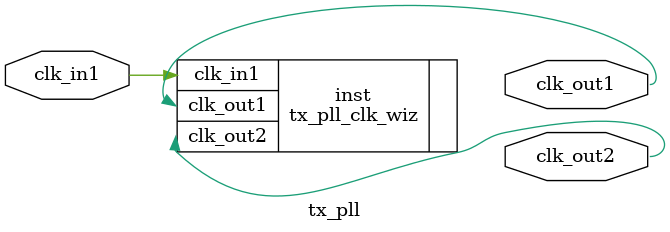
<source format=v>


`timescale 1ps/1ps

(* CORE_GENERATION_INFO = "tx_pll,clk_wiz_v6_0_3_0_0,{component_name=tx_pll,use_phase_alignment=true,use_min_o_jitter=false,use_max_i_jitter=false,use_dyn_phase_shift=false,use_inclk_switchover=false,use_dyn_reconfig=false,enable_axi=0,feedback_source=FDBK_AUTO,PRIMITIVE=MMCM,num_out_clk=2,clkin1_period=10.000,clkin2_period=10.000,use_power_down=false,use_reset=false,use_locked=false,use_inclk_stopped=false,feedback_type=SINGLE,CLOCK_MGR_TYPE=NA,manual_override=false}" *)

module tx_pll 
 (
  // Clock out ports
  output        clk_out1,
  output        clk_out2,
 // Clock in ports
  input         clk_in1
 );

  tx_pll_clk_wiz inst
  (
  // Clock out ports  
  .clk_out1(clk_out1),
  .clk_out2(clk_out2),
 // Clock in ports
  .clk_in1(clk_in1)
  );

endmodule

</source>
